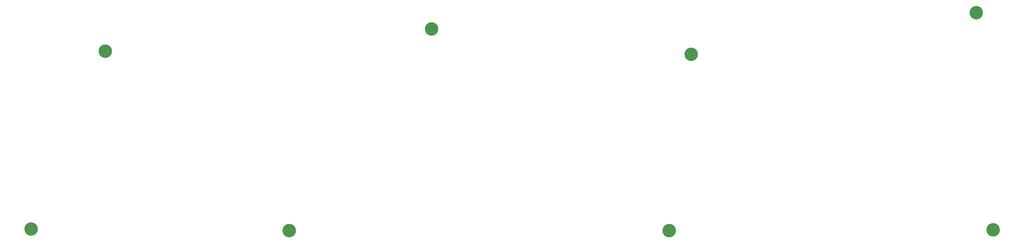
<source format=gbr>
%TF.GenerationSoftware,KiCad,Pcbnew,9.0.0*%
%TF.CreationDate,2025-03-11T22:48:04+00:00*%
%TF.ProjectId,base,62617365-2e6b-4696-9361-645f70636258,rev?*%
%TF.SameCoordinates,Original*%
%TF.FileFunction,Copper,L2,Bot*%
%TF.FilePolarity,Positive*%
%FSLAX46Y46*%
G04 Gerber Fmt 4.6, Leading zero omitted, Abs format (unit mm)*
G04 Created by KiCad (PCBNEW 9.0.0) date 2025-03-11 22:48:04*
%MOMM*%
%LPD*%
G01*
G04 APERTURE LIST*
%TA.AperFunction,ComponentPad*%
%ADD10C,4.400000*%
%TD*%
G04 APERTURE END LIST*
D10*
%TO.P,,1*%
%TO.N,N/C*%
X77853231Y-61902000D03*
%TD*%
%TO.P,,1*%
%TO.N,N/C*%
X269103231Y-62902000D03*
%TD*%
%TO.P,,1*%
%TO.N,N/C*%
X261853231Y-120652000D03*
%TD*%
%TO.P,,1*%
%TO.N,N/C*%
X184353231Y-54652000D03*
%TD*%
%TO.P,,1*%
%TO.N,N/C*%
X367603231Y-120402000D03*
%TD*%
%TO.P,,1*%
%TO.N,N/C*%
X53603231Y-120152000D03*
%TD*%
%TO.P,,1*%
%TO.N,N/C*%
X137853231Y-120652000D03*
%TD*%
%TO.P,,1*%
%TO.N,N/C*%
X362159481Y-49277000D03*
%TD*%
M02*

</source>
